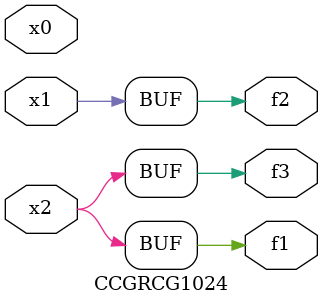
<source format=v>
module CCGRCG1024(
	input x0, x1, x2,
	output f1, f2, f3
);
	assign f1 = x2;
	assign f2 = x1;
	assign f3 = x2;
endmodule

</source>
